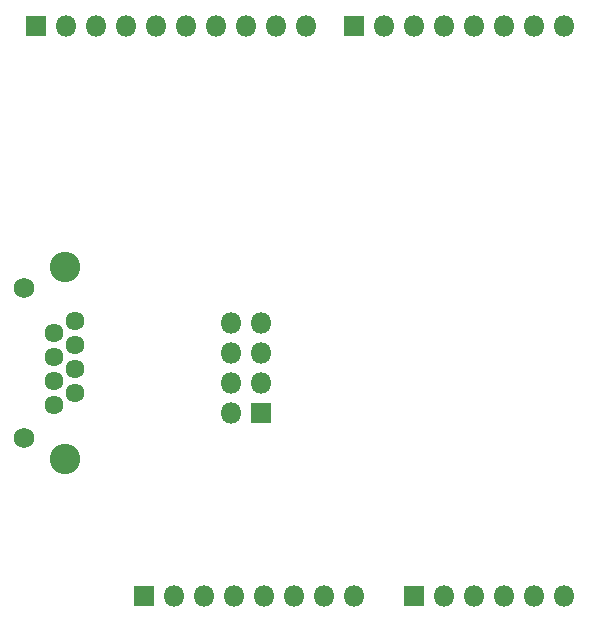
<source format=gbr>
%TF.GenerationSoftware,KiCad,Pcbnew,(5.1.6-0-10_14)*%
%TF.CreationDate,2022-12-08T17:46:00+09:00*%
%TF.ProjectId,MuxReadoutBoard,4d757852-6561-4646-9f75-74426f617264,rev?*%
%TF.SameCoordinates,Original*%
%TF.FileFunction,Soldermask,Top*%
%TF.FilePolarity,Negative*%
%FSLAX46Y46*%
G04 Gerber Fmt 4.6, Leading zero omitted, Abs format (unit mm)*
G04 Created by KiCad (PCBNEW (5.1.6-0-10_14)) date 2022-12-08 17:46:00*
%MOMM*%
%LPD*%
G01*
G04 APERTURE LIST*
%ADD10C,2.575000*%
%ADD11C,1.750000*%
%ADD12C,1.609000*%
%ADD13O,1.800000X1.800000*%
%ADD14R,1.800000X1.800000*%
G04 APERTURE END LIST*
D10*
%TO.C,J1*%
X122810000Y-122071000D03*
X122810000Y-138271000D03*
D11*
X119380000Y-123821000D03*
X119380000Y-136521000D03*
D12*
X123700000Y-126591000D03*
X121920000Y-127611000D03*
X123700000Y-128631000D03*
X121920000Y-129651000D03*
X123700000Y-130671000D03*
X121920000Y-131691000D03*
X123700000Y-132711000D03*
X121920000Y-133731000D03*
%TD*%
D13*
%TO.C,J5*%
X147320000Y-149860000D03*
X144780000Y-149860000D03*
X142240000Y-149860000D03*
X139700000Y-149860000D03*
X137160000Y-149860000D03*
X134620000Y-149860000D03*
X132080000Y-149860000D03*
D14*
X129540000Y-149860000D03*
%TD*%
D13*
%TO.C,J3*%
X143256000Y-101600000D03*
X140716000Y-101600000D03*
X138176000Y-101600000D03*
X135636000Y-101600000D03*
X133096000Y-101600000D03*
X130556000Y-101600000D03*
X128016000Y-101600000D03*
X125476000Y-101600000D03*
X122936000Y-101600000D03*
D14*
X120396000Y-101600000D03*
%TD*%
D13*
%TO.C,J4*%
X165100000Y-101600000D03*
X162560000Y-101600000D03*
X160020000Y-101600000D03*
X157480000Y-101600000D03*
X154940000Y-101600000D03*
X152400000Y-101600000D03*
X149860000Y-101600000D03*
D14*
X147320000Y-101600000D03*
%TD*%
D13*
%TO.C,J6*%
X165100000Y-149860000D03*
X162560000Y-149860000D03*
X160020000Y-149860000D03*
X157480000Y-149860000D03*
X154940000Y-149860000D03*
D14*
X152400000Y-149860000D03*
%TD*%
D13*
%TO.C,J2*%
X136906000Y-126746000D03*
X139446000Y-126746000D03*
X136906000Y-129286000D03*
X139446000Y-129286000D03*
X136906000Y-131826000D03*
X139446000Y-131826000D03*
X136906000Y-134366000D03*
D14*
X139446000Y-134366000D03*
%TD*%
M02*

</source>
